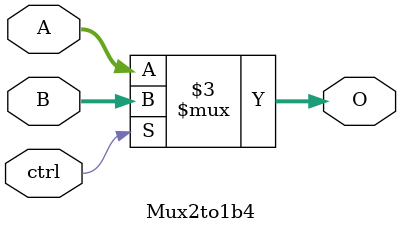
<source format=v>
`timescale 1ns / 1ps
module Mux2to1b4(
	input wire ctrl,
	input wire [3:0] A,
	input wire [3:0] B,
	output reg [3:0] O
    );

always @ (*) begin
	if(ctrl) O<=B;
	else O<=A;
end


endmodule

</source>
